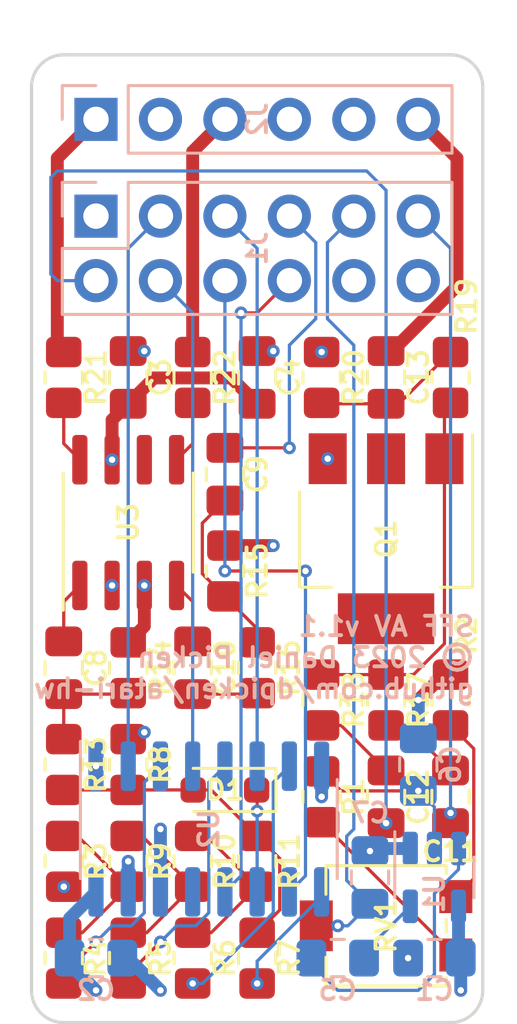
<source format=kicad_pcb>
(kicad_pcb (version 20221018) (generator pcbnew)
  (title_block (title "Atari SBC Audio/Video") (date "2023-09-01") (rev "1.1"))
  (layers (0 "F.Cu" signal) (1 "In1.Cu" power) (2 "In2.Cu" power) (31 "B.Cu" signal) (34 "B.Paste" user) (35 "F.Paste" user) (36 "B.SilkS" user "B.Silkscreen") (37 "F.SilkS" user "F.Silkscreen") (38 "B.Mask" user) (39 "F.Mask" user) (44 "Edge.Cuts" user))
  (net 0 "")
  (net 1 "+5V")
  (net 2 "GND")
  (net 3 "Net-(U1-C1+)")
  (net 4 "Net-(U1-C1-)")
  (net 5 "Net-(U1-OUT)")
  (net 6 "CADJ")
  (net 7 "Net-(C8-Pad1)")
  (net 8 "Net-(U3-YIN)")
  (net 9 "COLOR")
  (net 10 "Net-(C9-Pad2)")
  (net 11 "Net-(C10-Pad1)")
  (net 12 "Net-(U3-CIN)")
  (net 13 "POKEY_AUDIO")
  (net 14 "Net-(C11-Pad2)")
  (net 15 "GTIA_AUDIO")
  (net 16 "Net-(C12-Pad2)")
  (net 17 "Net-(Q1-C)")
  (net 18 "AUDIO_OUT")
  (net 19 "CSYNCB")
  (net 20 "Net-(D1-A)")
  (net 21 "LUM0")
  (net 22 "LUM1")
  (net 23 "LUM2")
  (net 24 "LUM3")
  (net 25 "CSYNC")
  (net 27 "SVIDEO_Y")
  (net 28 "SVIDEO_C")
  (net 29 "Net-(Q1-B)")
  (net 30 "Net-(R1-Pad2)")
  (net 31 "Net-(R2-Pad1)")
  (net 32 "Net-(R3-Pad1)")
  (net 33 "LUM0B")
  (net 34 "Net-(R10-Pad1)")
  (net 35 "LUM1B")
  (net 36 "Net-(R10-Pad2)")
  (net 37 "LUM2B")
  (net 38 "LUM3B")
  (net 39 "Net-(U3-YOUT)")
  (net 40 "Net-(U3-COUT)")
  (footprint "Capacitor_SMD:C_0805_2012Metric_Pad1.18x1.45mm_HandSolder" (layer "F.Cu") (at 138.43 77.47 90)
    (fp_text reference "C12" (at 0 1.27 90) (layer "F.SilkS") (effects (font (size 0.762 0.762) (thickness 0.1524))))
    (fp_text value "0.1uF")
    (pad "1" smd roundrect (at -1.0375 0 90) (size 1.175 1.45) (layers "F.Cu" "F.Paste" "F.Mask") (roundrect_rratio 0.2127659574) (net 15 "GTIA_AUDIO"))
    (pad "2" smd roundrect (at 1.0375 0 90) (size 1.175 1.45) (layers "F.Cu" "F.Paste" "F.Mask") (roundrect_rratio 0.2127659574) (net 16 "Net-(C12-Pad2)"))
  )
  (footprint "Resistor_SMD:R_0805_2012Metric_Pad1.20x1.40mm_HandSolder" (layer "F.Cu") (at 128.27 76.2 90)
    (fp_text reference "R8" (at 0 1.27 90) (layer "F.SilkS") (effects (font (size 0.762 0.762) (thickness 0.1524))))
    (fp_text value "150R")
    (pad "1" smd roundrect (at -1 0 90) (size 1.2 1.4) (layers "F.Cu" "F.Paste" "F.Mask") (roundrect_rratio 0.2083333333) (net 20 "Net-(D1-A)"))
    (pad "2" smd roundrect (at 1 0 90) (size 1.2 1.4) (layers "F.Cu" "F.Paste" "F.Mask") (roundrect_rratio 0.2083333333) (net 1 "+5V"))
  )
  (footprint "Capacitor_SMD:C_0805_2012Metric_Pad1.18x1.45mm_HandSolder" (layer "F.Cu") (at 138.43 60.96 90)
    (fp_text reference "C13" (at 0 1.27 90) (layer "F.SilkS") (effects (font (size 0.762 0.762) (thickness 0.1524))))
    (fp_text value "10uF")
    (pad "1" smd roundrect (at -1.0375 0 90) (size 1.175 1.45) (layers "F.Cu" "F.Paste" "F.Mask") (roundrect_rratio 0.2127659574) (net 17 "Net-(Q1-C)"))
    (pad "2" smd roundrect (at 1.0375 0 90) (size 1.175 1.45) (layers "F.Cu" "F.Paste" "F.Mask") (roundrect_rratio 0.2127659574) (net 18 "AUDIO_OUT"))
  )
  (footprint "Resistor_SMD:R_0805_2012Metric_Pad1.20x1.40mm_HandSolder" (layer "F.Cu") (at 140.97 60.96 90)
    (fp_text reference "R19" (at 2.794 0.635 90) (layer "F.SilkS") (effects (font (size 0.762 0.762) (thickness 0.1524))))
    (fp_text value "10K")
    (pad "1" smd roundrect (at -1 0 90) (size 1.2 1.4) (layers "F.Cu" "F.Paste" "F.Mask") (roundrect_rratio 0.2083333333) (net 29 "Net-(Q1-B)"))
    (pad "2" smd roundrect (at 1 0 90) (size 1.2 1.4) (layers "F.Cu" "F.Paste" "F.Mask") (roundrect_rratio 0.2083333333) (net 17 "Net-(Q1-C)"))
  )
  (footprint "Resistor_SMD:R_0805_2012Metric_Pad1.20x1.40mm_HandSolder" (layer "F.Cu") (at 130.81 60.96 90)
    (fp_text reference "R22" (at 0 1.27 90) (layer "F.SilkS") (effects (font (size 0.762 0.762) (thickness 0.1524))))
    (fp_text value "75R")
    (pad "1" smd roundrect (at -1 0 90) (size 1.2 1.4) (layers "F.Cu" "F.Paste" "F.Mask") (roundrect_rratio 0.2083333333) (net 40 "Net-(U3-COUT)"))
    (pad "2" smd roundrect (at 1 0 90) (size 1.2 1.4) (layers "F.Cu" "F.Paste" "F.Mask") (roundrect_rratio 0.2083333333) (net 28 "SVIDEO_C"))
  )
  (footprint "Resistor_SMD:R_0805_2012Metric_Pad1.20x1.40mm_HandSolder" (layer "F.Cu") (at 133.35 80.01 90)
    (fp_text reference "R11" (at 0 1.27 90) (layer "F.SilkS") (effects (font (size 0.762 0.762) (thickness 0.1524))))
    (fp_text value "75R")
    (pad "1" smd roundrect (at -1 0 90) (size 1.2 1.4) (layers "F.Cu" "F.Paste" "F.Mask") (roundrect_rratio 0.2083333333) (net 36 "Net-(R10-Pad2)"))
    (pad "2" smd roundrect (at 1 0 90) (size 1.2 1.4) (layers "F.Cu" "F.Paste" "F.Mask") (roundrect_rratio 0.2083333333) (net 20 "Net-(D1-A)"))
  )
  (footprint "Resistor_SMD:R_0805_2012Metric_Pad1.20x1.40mm_HandSolder" (layer "F.Cu") (at 135.89 73.66 90)
    (fp_text reference "R18" (at 0 1.27 90) (layer "F.SilkS") (effects (font (size 0.762 0.762) (thickness 0.1524))))
    (fp_text value "470K")
    (pad "1" smd roundrect (at -1 0 90) (size 1.2 1.4) (layers "F.Cu" "F.Paste" "F.Mask") (roundrect_rratio 0.2083333333) (net 16 "Net-(C12-Pad2)"))
    (pad "2" smd roundrect (at 1 0 90) (size 1.2 1.4) (layers "F.Cu" "F.Paste" "F.Mask") (roundrect_rratio 0.2083333333) (net 29 "Net-(Q1-B)"))
  )
  (footprint "Package_SO:SOIC-8_3.9x4.9mm_P1.27mm" (layer "F.Cu") (at 128.27 66.675 90)
    (fp_text reference "U3" (at 0 0 90) (layer "F.SilkS") (effects (font (size 0.762 0.762) (thickness 0.1524))))
    (fp_text value "FMS6400")
    (pad "1" smd roundrect (at -2.475 -1.905 90) (size 1.95 0.6) (layers "F.Cu" "F.Paste" "F.Mask") (net 8 "Net-(U3-YIN)"))
    (pad "2" smd roundrect (at -2.475 -0.635 90) (size 1.95 0.6) (layers "F.Cu" "F.Paste" "F.Mask") (net 2 "GND"))
    (pad "3" smd roundrect (at -2.475 0.635 90) (size 1.95 0.6) (layers "F.Cu" "F.Paste" "F.Mask") (net 2 "GND"))
    (pad "4" smd roundrect (at -2.475 1.905 90) (size 1.95 0.6) (layers "F.Cu" "F.Paste" "F.Mask") (net 12 "Net-(U3-CIN)"))
    (pad "5" smd roundrect (at 2.475 1.905 90) (size 1.95 0.6) (layers "F.Cu" "F.Paste" "F.Mask") (net 40 "Net-(U3-COUT)"))
    (pad "6" smd roundrect (at 2.475 0.635 90) (size 1.95 0.6) (layers "F.Cu" "F.Paste" "F.Mask"))
    (pad "7" smd roundrect (at 2.475 -0.635 90) (size 1.95 0.6) (layers "F.Cu" "F.Paste" "F.Mask") (net 1 "+5V"))
    (pad "8" smd roundrect (at 2.475 -1.905 90) (size 1.95 0.6) (layers "F.Cu" "F.Paste" "F.Mask") (net 39 "Net-(U3-YOUT)"))
  )
  (footprint "Resistor_SMD:R_0805_2012Metric_Pad1.20x1.40mm_HandSolder" (layer "F.Cu") (at 128.27 83.82 -90)
    (fp_text reference "R5" (at 0 -1.27 -90) (layer "F.SilkS") (effects (font (size 0.762 0.762) (thickness 0.1524))))
    (fp_text value "150R")
    (pad "1" smd roundrect (at -1 0 270) (size 1.2 1.4) (layers "F.Cu" "F.Paste" "F.Mask") (roundrect_rratio 0.2083333333) (net 34 "Net-(R10-Pad1)"))
    (pad "2" smd roundrect (at 1 0 270) (size 1.2 1.4) (layers "F.Cu" "F.Paste" "F.Mask") (roundrect_rratio 0.2083333333) (net 35 "LUM1B"))
  )
  (footprint "Resistor_SMD:R_0805_2012Metric_Pad1.20x1.40mm_HandSolder" (layer "F.Cu") (at 125.73 60.96 90)
    (fp_text reference "R21" (at 0 1.27 90) (layer "F.SilkS") (effects (font (size 0.762 0.762) (thickness 0.1524))))
    (fp_text value "75R")
    (pad "1" smd roundrect (at -1 0 90) (size 1.2 1.4) (layers "F.Cu" "F.Paste" "F.Mask") (roundrect_rratio 0.2083333333) (net 39 "Net-(U3-YOUT)"))
    (pad "2" smd roundrect (at 1 0 90) (size 1.2 1.4) (layers "F.Cu" "F.Paste" "F.Mask") (roundrect_rratio 0.2083333333) (net 27 "SVIDEO_Y"))
  )
  (footprint "Capacitor_SMD:C_0805_2012Metric_Pad1.18x1.45mm_HandSolder" (layer "F.Cu") (at 133.35 60.96 90)
    (fp_text reference "C4" (at 0 1.27 90) (layer "F.SilkS") (effects (font (size 0.762 0.762) (thickness 0.1524))))
    (fp_text value "10uF")
    (pad "1" smd roundrect (at -1.0375 0 90) (size 1.175 1.45) (layers "F.Cu" "F.Paste" "F.Mask") (roundrect_rratio 0.2127659574) (net 1 "+5V"))
    (pad "2" smd roundrect (at 1.0375 0 90) (size 1.175 1.45) (layers "F.Cu" "F.Paste" "F.Mask") (roundrect_rratio 0.2127659574) (net 2 "GND"))
  )
  (footprint "Capacitor_SMD:C_0805_2012Metric_Pad1.18x1.45mm_HandSolder" (layer "F.Cu") (at 130.81 72.39 90)
    (fp_text reference "C10" (at 0 1.27 90) (layer "F.SilkS") (effects (font (size 0.762 0.762) (thickness 0.1524))))
    (fp_text value "0.1uF")
    (pad "1" smd roundrect (at -1.0375 0 90) (size 1.175 1.45) (layers "F.Cu" "F.Paste" "F.Mask") (roundrect_rratio 0.2127659574) (net 11 "Net-(C10-Pad1)"))
    (pad "2" smd roundrect (at 1.0375 0 90) (size 1.175 1.45) (layers "F.Cu" "F.Paste" "F.Mask") (roundrect_rratio 0.2127659574) (net 12 "Net-(U3-CIN)"))
  )
  (footprint "Resistor_SMD:R_0805_2012Metric_Pad1.20x1.40mm_HandSolder" (layer "F.Cu") (at 133.35 83.82 -90)
    (fp_text reference "R7" (at 0 -1.27 -90) (layer "F.SilkS") (effects (font (size 0.762 0.762) (thickness 0.1524))))
    (fp_text value "150R")
    (pad "1" smd roundrect (at -1 0 270) (size 1.2 1.4) (layers "F.Cu" "F.Paste" "F.Mask") (roundrect_rratio 0.2083333333) (net 20 "Net-(D1-A)"))
    (pad "2" smd roundrect (at 1 0 270) (size 1.2 1.4) (layers "F.Cu" "F.Paste" "F.Mask") (roundrect_rratio 0.2083333333) (net 38 "LUM3B"))
  )
  (footprint "Package_TO_SOT_SMD:SOT-223-3_TabPin2" (layer "F.Cu") (at 138.43 67.31 -90)
    (fp_text reference "Q1" (at 0 0 90) (layer "F.SilkS") (effects (font (size 0.762 0.762) (thickness 0.1524))))
    (fp_text value "PZT2222A")
    (pad "1" smd rect (at -3.15 -2.3 270) (size 2 1.5) (layers "F.Cu" "F.Paste" "F.Mask") (net 29 "Net-(Q1-B)"))
    (pad "2" smd rect (at -3.15 0 270) (size 2 1.5) (layers "F.Cu" "F.Paste" "F.Mask") (net 17 "Net-(Q1-C)"))
    (pad "2" smd rect (at 3.15 0 270) (size 2 3.8) (layers "F.Cu" "F.Paste" "F.Mask") (net 17 "Net-(Q1-C)"))
    (pad "3" smd rect (at -3.15 2.3 270) (size 2 1.5) (layers "F.Cu" "F.Paste" "F.Mask") (net 2 "GND"))
  )
  (footprint "Resistor_SMD:R_0805_2012Metric_Pad1.20x1.40mm_HandSolder" (layer "F.Cu") (at 135.89 60.96 -90)
    (fp_text reference "R20" (at 0 -1.27 -270) (layer "F.SilkS") (effects (font (size 0.762 0.762) (thickness 0.1524))))
    (fp_text value "75R")
    (pad "1" smd roundrect (at -1 0 270) (size 1.2 1.4) (layers "F.Cu" "F.Paste" "F.Mask") (roundrect_rratio 0.2083333333) (net 1 "+5V"))
    (pad "2" smd roundrect (at 1 0 270) (size 1.2 1.4) (layers "F.Cu" "F.Paste" "F.Mask") (roundrect_rratio 0.2083333333) (net 17 "Net-(Q1-C)"))
  )
  (footprint "Capacitor_SMD:C_0805_2012Metric_Pad1.18x1.45mm_HandSolder" (layer "F.Cu") (at 128.27 60.96 90)
    (fp_text reference "C3" (at 0 1.27 90) (layer "F.SilkS") (effects (font (size 0.762 0.762) (thickness 0.1524))))
    (fp_text value "0.1uF")
    (pad "1" smd roundrect (at -1.0375 0 90) (size 1.175 1.45) (layers "F.Cu" "F.Paste" "F.Mask") (roundrect_rratio 0.2127659574) (net 1 "+5V"))
    (pad "2" smd roundrect (at 1.0375 0 90) (size 1.175 1.45) (layers "F.Cu" "F.Paste" "F.Mask") (roundrect_rratio 0.2127659574) (net 2 "GND"))
  )
  (footprint "Resistor_SMD:R_0805_2012Metric_Pad1.20x1.40mm_HandSolder" (layer "F.Cu") (at 133.35 72.39 -90)
    (fp_text reference "R16" (at 0 -1.27 90) (layer "F.SilkS") (effects (font (size 0.762 0.762) (thickness 0.1524))))
    (fp_text value "75R")
    (pad "1" smd roundrect (at -1 0 270) (size 1.2 1.4) (layers "F.Cu" "F.Paste" "F.Mask") (roundrect_rratio 0.2083333333) (net 10 "Net-(C9-Pad2)"))
    (pad "2" smd roundrect (at 1 0 270) (size 1.2 1.4) (layers "F.Cu" "F.Paste" "F.Mask") (roundrect_rratio 0.2083333333) (net 11 "Net-(C10-Pad1)"))
  )
  (footprint "Resistor_SMD:R_0805_2012Metric_Pad1.20x1.40mm_HandSolder" (layer "F.Cu") (at 125.73 80.01 -90)
    (fp_text reference "R3" (at 0 -1.27 90) (layer "F.SilkS") (effects (font (size 0.762 0.762) (thickness 0.1524))))
    (fp_text value "150R")
    (pad "1" smd roundrect (at -1 0 270) (size 1.2 1.4) (layers "F.Cu" "F.Paste" "F.Mask") (roundrect_rratio 0.2083333333) (net 32 "Net-(R3-Pad1)"))
    (pad "2" smd roundrect (at 1 0 270) (size 1.2 1.4) (layers "F.Cu" "F.Paste" "F.Mask") (roundrect_rratio 0.2083333333) (net 2 "GND"))
  )
  (footprint "Resistor_SMD:R_0805_2012Metric_Pad1.20x1.40mm_HandSolder" (layer "F.Cu") (at 130.81 80.01 90)
    (fp_text reference "R10" (at 0 1.27 90) (layer "F.SilkS") (effects (font (size 0.762 0.762) (thickness 0.1524))))
    (fp_text value "75R")
    (pad "1" smd roundrect (at -1 0 90) (size 1.2 1.4) (layers "F.Cu" "F.Paste" "F.Mask") (roundrect_rratio 0.2083333333) (net 34 "Net-(R10-Pad1)"))
    (pad "2" smd roundrect (at 1 0 90) (size 1.2 1.4) (layers "F.Cu" "F.Paste" "F.Mask") (roundrect_rratio 0.2083333333) (net 36 "Net-(R10-Pad2)"))
  )
  (footprint "Resistor_SMD:R_0805_2012Metric_Pad1.20x1.40mm_HandSolder" (layer "F.Cu") (at 138.43 73.66 90)
    (fp_text reference "R17" (at 0 1.27 90) (layer "F.SilkS") (effects (font (size 0.762 0.762) (thickness 0.1524))))
    (fp_text value "100K")
    (pad "1" smd roundrect (at -1 0 90) (size 1.2 1.4) (layers "F.Cu" "F.Paste" "F.Mask") (roundrect_rratio 0.2083333333) (net 14 "Net-(C11-Pad2)"))
    (pad "2" smd roundrect (at 1 0 90) (size 1.2 1.4) (layers "F.Cu" "F.Paste" "F.Mask") (roundrect_rratio 0.2083333333) (net 29 "Net-(Q1-B)"))
  )
  (footprint "Capacitor_SMD:C_0805_2012Metric_Pad1.18x1.45mm_HandSolder" (layer "F.Cu") (at 140.97 77.47 90)
    (fp_text reference "C11" (at -2.159 0) (layer "F.SilkS") (effects (font (size 0.762 0.762) (thickness 0.1524))))
    (fp_text value "0.1uF")
    (pad "1" smd roundrect (at -1.0375 0 90) (size 1.175 1.45) (layers "F.Cu" "F.Paste" "F.Mask") (roundrect_rratio 0.2127659574) (net 13 "POKEY_AUDIO"))
    (pad "2" smd roundrect (at 1.0375 0 90) (size 1.175 1.45) (layers "F.Cu" "F.Paste" "F.Mask") (roundrect_rratio 0.2127659574) (net 14 "Net-(C11-Pad2)"))
  )
  (footprint "Resistor_SMD:R_0805_2012Metric_Pad1.20x1.40mm_HandSolder" (layer "F.Cu") (at 130.81 83.82 -90)
    (fp_text reference "R6" (at 0 -1.27 -90) (layer "F.SilkS") (effects (font (size 0.762 0.762) (thickness 0.1524))))
    (fp_text value "150R")
    (pad "1" smd roundrect (at -1 0 270) (size 1.2 1.4) (layers "F.Cu" "F.Paste" "F.Mask") (roundrect_rratio 0.2083333333) (net 36 "Net-(R10-Pad2)"))
    (pad "2" smd roundrect (at 1 0 270) (size 1.2 1.4) (layers "F.Cu" "F.Paste" "F.Mask") (roundrect_rratio 0.2083333333) (net 37 "LUM2B"))
  )
  (footprint "Potentiometer_SMD:Potentiometer_Bourns_3314G_Vertical" (layer "F.Cu") (at 138.43 82.55 -90)
    (fp_text reference "RV1" (at 0 0 -90) (layer "F.SilkS") (effects (font (size 0.762 0.762) (thickness 0.1524))))
    (fp_text value "10K")
    (pad "1" smd rect (at 1.15 -2.75 270) (size 1.3 1.3) (layers "F.Cu" "F.Paste" "F.Mask") (net 30 "Net-(R1-Pad2)"))
    (pad "2" smd rect (at 0 2.75 270) (size 2 1.3) (layers "F.Cu" "F.Paste" "F.Mask") (net 6 "CADJ"))
    (pad "3" smd rect (at -1.15 -2.75 270) (size 1.3 1.3) (layers "F.Cu" "F.Paste" "F.Mask") (net 31 "Net-(R2-Pad1)"))
  )
  (footprint "Capacitor_SMD:C_0805_2012Metric_Pad1.18x1.45mm_HandSolder" (layer "F.Cu") (at 132.08 64.77 -90)
    (fp_text reference "C9" (at 0 -1.27 90) (layer "F.SilkS") (effects (font (size 0.762 0.762) (thickness 0.1524))))
    (fp_text value "100pF")
    (pad "1" smd roundrect (at -1.0375 0 270) (size 1.175 1.45) (layers "F.Cu" "F.Paste" "F.Mask") (roundrect_rratio 0.2127659574) (net 9 "COLOR"))
    (pad "2" smd roundrect (at 1.0375 0 270) (size 1.175 1.45) (layers "F.Cu" "F.Paste" "F.Mask") (roundrect_rratio 0.2127659574) (net 10 "Net-(C9-Pad2)"))
  )
  (footprint "Resistor_SMD:R_0805_2012Metric_Pad1.20x1.40mm_HandSolder" (layer "F.Cu") (at 125.73 83.82 -90)
    (fp_text reference "R4" (at 0 -1.27 -90) (layer "F.SilkS") (effects (font (size 0.762 0.762) (thickness 0.1524))))
    (fp_text value "150R")
    (pad "1" smd roundrect (at -1 0 270) (size 1.2 1.4) (layers "F.Cu" "F.Paste" "F.Mask") (roundrect_rratio 0.2083333333) (net 32 "Net-(R3-Pad1)"))
    (pad "2" smd roundrect (at 1 0 270) (size 1.2 1.4) (layers "F.Cu" "F.Paste" "F.Mask") (roundrect_rratio 0.2083333333) (net 33 "LUM0B"))
  )
  (footprint "Resistor_SMD:R_0805_2012Metric_Pad1.20x1.40mm_HandSolder" (layer "F.Cu") (at 140.97 73.66 90)
    (fp_text reference "R2" (at 2.54 0.635 90) (layer "F.SilkS") (effects (font (size 0.762 0.762) (thickness 0.1524))))
    (fp_text value "3K")
    (pad "1" smd roundrect (at -1 0 90) (size 1.2 1.4) (layers "F.Cu" "F.Paste" "F.Mask") (roundrect_rratio 0.2083333333) (net 31 "Net-(R2-Pad1)"))
    (pad "2" smd roundrect (at 1 0 90) (size 1.2 1.4) (layers "F.Cu" "F.Paste" "F.Mask") (roundrect_rratio 0.2083333333) (net 2 "GND"))
  )
  (footprint "Resistor_SMD:R_0805_2012Metric_Pad1.20x1.40mm_HandSolder" (layer "F.Cu") (at 128.27 72.39 90)
    (fp_text reference "R14" (at 0 1.27 90) (layer "F.SilkS") (effects (font (size 0.762 0.762) (thickness 0.1524))))
    (fp_text value "180R")
    (pad "1" smd roundrect (at -1 0 90) (size 1.2 1.4) (layers "F.Cu" "F.Paste" "F.Mask") (roundrect_rratio 0.2083333333) (net 7 "Net-(C8-Pad1)"))
    (pad "2" smd roundrect (at 1 0 90) (size 1.2 1.4) (layers "F.Cu" "F.Paste" "F.Mask") (roundrect_rratio 0.2083333333) (net 2 "GND"))
  )
  (footprint "Resistor_SMD:R_0805_2012Metric_Pad1.20x1.40mm_HandSolder" (layer "F.Cu") (at 125.73 76.2 90)
    (fp_text reference "R13" (at 0 1.27 90) (layer "F.SilkS") (effects (font (size 0.762 0.762) (thickness 0.1524))))
    (fp_text value "1K")
    (pad "1" smd roundrect (at -1 0 90) (size 1.2 1.4) (layers "F.Cu" "F.Paste" "F.Mask") (roundrect_rratio 0.2083333333) (net 20 "Net-(D1-A)"))
    (pad "2" smd roundrect (at 1 0 90) (size 1.2 1.4) (layers "F.Cu" "F.Paste" "F.Mask") (roundrect_rratio 0.2083333333) (net 7 "Net-(C8-Pad1)"))
  )
  (footprint "Diode_SMD:D_SOD-323_HandSoldering" (layer "F.Cu") (at 132.08 77.2 180)
    (fp_text reference "D1" (at 0 0) (layer "F.SilkS") (effects (font (size 0.762 0.762) (thickness 0.1524))))
    (fp_text value "BAT48JFILM")
    (pad "1" smd roundrect (at -1.25 0 180) (size 1 1) (layers "F.Cu" "F.Paste" "F.Mask") (net 19 "CSYNCB"))
    (pad "2" smd roundrect (at 1.25 0 180) (size 1 1) (layers "F.Cu" "F.Paste" "F.Mask") (net 20 "Net-(D1-A)"))
  )
  (footprint "Resistor_SMD:R_0805_2012Metric_Pad1.20x1.40mm_HandSolder" (layer "F.Cu") (at 132.08 68.58 -90)
    (fp_text reference "R15" (at 0 -1.27 90) (layer "F.SilkS") (effects (font (size 0.762 0.762) (thickness 0.1524))))
    (fp_text value "150R")
    (pad "1" smd roundrect (at -1 0 270) (size 1.2 1.4) (layers "F.Cu" "F.Paste" "F.Mask") (roundrect_rratio 0.2083333333) (net 2 "GND"))
    (pad "2" smd roundrect (at 1 0 270) (size 1.2 1.4) (layers "F.Cu" "F.Paste" "F.Mask") (roundrect_rratio 0.2083333333) (net 10 "Net-(C9-Pad2)"))
  )
  (footprint "Resistor_SMD:R_0805_2012Metric_Pad1.20x1.40mm_HandSolder" (layer "F.Cu") (at 128.27 80.01 90)
    (fp_text reference "R9" (at 0 1.27 90) (layer "F.SilkS") (effects (font (size 0.762 0.762) (thickness 0.1524))))
    (fp_text value "75R")
    (pad "1" smd roundrect (at -1 0 90) (size 1.2 1.4) (layers "F.Cu" "F.Paste" "F.Mask") (roundrect_rratio 0.2083333333) (net 32 "Net-(R3-Pad1)"))
    (pad "2" smd roundrect (at 1 0 90) (size 1.2 1.4) (layers "F.Cu" "F.Paste" "F.Mask") (roundrect_rratio 0.2083333333) (net 34 "Net-(R10-Pad1)"))
  )
  (footprint "Capacitor_SMD:C_0805_2012Metric_Pad1.18x1.45mm_HandSolder" (layer "F.Cu") (at 125.73 72.39 90)
    (fp_text reference "C8" (at 0 1.27 90) (layer "F.SilkS") (effects (font (size 0.762 0.762) (thickness 0.1524))))
    (fp_text value "0.1uF")
    (pad "1" smd roundrect (at -1.0375 0 90) (size 1.175 1.45) (layers "F.Cu" "F.Paste" "F.Mask") (roundrect_rratio 0.2127659574) (net 7 "Net-(C8-Pad1)"))
    (pad "2" smd roundrect (at 1.0375 0 90) (size 1.175 1.45) (layers "F.Cu" "F.Paste" "F.Mask") (roundrect_rratio 0.2127659574) (net 8 "Net-(U3-YIN)"))
  )
  (footprint "Resistor_SMD:R_0805_2012Metric_Pad1.20x1.40mm_HandSolder" (layer "F.Cu") (at 135.89 77.47 -90)
    (fp_text reference "R1" (at 0 -1.27 90) (layer "F.SilkS") (effects (font (size 0.762 0.762) (thickness 0.1524))))
    (fp_text value "3K")
    (pad "1" smd roundrect (at -1 0 270) (size 1.2 1.4) (layers "F.Cu" "F.Paste" "F.Mask") (roundrect_rratio 0.2083333333) (net 5 "Net-(U1-OUT)"))
    (pad "2" smd roundrect (at 1 0 270) (size 1.2 1.4) (layers "F.Cu" "F.Paste" "F.Mask") (roundrect_rratio 0.2083333333) (net 30 "Net-(R1-Pad2)"))
  )
  (footprint "Package_TO_SOT_SMD:SOT-23-5" (layer "B.Cu") (at 140.335 80.645 -90)
    (fp_text reference "U1" (at 0.635 0 90) (layer "B.SilkS") (effects (font (size 0.762 0.762) (thickness 0.1524)) (justify mirror)))
    (fp_text value "MAX1683")
    (pad "1" smd roundrect (at -1.1375 0.95 270) (size 1.325 0.6) (layers "B.Cu" "B.Paste" "B.Mask") (net 2 "GND"))
    (pad "2" smd roundrect (at -1.1375 0 270) (size 1.325 0.6) (layers "B.Cu" "B.Paste" "B.Mask") (net 5 "Net-(U1-OUT)"))
    (pad "3" smd roundrect (at -1.1375 -0.95 270) (size 1.325 0.6) (layers "B.Cu" "B.Paste" "B.Mask") (net 4 "Net-(U1-C1-)"))
    (pad "4" smd roundrect (at 1.1375 -0.95 270) (size 1.325 0.6) (layers "B.Cu" "B.Paste" "B.Mask") (net 1 "+5V"))
    (pad "5" smd roundrect (at 1.1375 0.95 270) (size 1.325 0.6) (layers "B.Cu" "B.Paste" "B.Mask") (net 3 "Net-(U1-C1+)"))
  )
  (footprint "Capacitor_SMD:C_0805_2012Metric_Pad1.18x1.45mm_HandSolder" (layer "B.Cu") (at 137.795 80.645 90)
    (fp_text reference "C7" (at 2.54 0 180) (layer "B.SilkS") (effects (font (size 0.762 0.762) (thickness 0.1524)) (justify mirror)))
    (fp_text value "0.1uF")
    (pad "1" smd roundrect (at -1.0375 0 90) (size 1.175 1.45) (layers "B.Cu" "B.Paste" "B.Mask") (roundrect_rratio 0.2127659574) (net 6 "CADJ"))
    (pad "2" smd roundrect (at 1.0375 0 90) (size 1.175 1.45) (layers "B.Cu" "B.Paste" "B.Mask") (roundrect_rratio 0.2127659574) (net 2 "GND"))
  )
  (footprint "Connector_PinHeader_2.54mm:PinHeader_1x06_P2.54mm_Vertical" (layer "B.Cu") (at 127 50.8 -90)
    (fp_text reference "J2" (at 0 -6.35 90) (layer "B.SilkS") (effects (font (size 0.762 0.762) (thickness 0.1524)) (justify mirror)))
    (fp_text value "AVA-Header")
    (pad "1" thru_hole rect (at 0 0 270) (size 1.7 1.7) (drill 1) (layers "*.Cu" "*.Mask") (net 27 "SVIDEO_Y"))
    (pad "2" thru_hole oval (at 0 -2.54 270) (size 1.7 1.7) (drill 1) (layers "*.Cu" "*.Mask") (net 2 "GND"))
    (pad "3" thru_hole oval (at 0 -5.08 270) (size 1.7 1.7) (drill 1) (layers "*.Cu" "*.Mask") (net 28 "SVIDEO_C"))
    (pad "4" thru_hole oval (at 0 -7.62 270) (size 1.7 1.7) (drill 1) (layers "*.Cu" "*.Mask") (net 2 "GND"))
    (pad "5" thru_hole oval (at 0 -10.16 270) (size 1.7 1.7) (drill 1) (layers "*.Cu" "*.Mask") (net 2 "GND"))
    (pad "6" thru_hole oval (at 0 -12.7 270) (size 1.7 1.7) (drill 1) (layers "*.Cu" "*.Mask") (net 18 "AUDIO_OUT"))
  )
  (footprint "Capacitor_SMD:C_0805_2012Metric_Pad1.18x1.45mm_HandSolder" (layer "B.Cu") (at 140.335 83.82 180)
    (fp_text reference "C1" (at 0 -1.27) (layer "B.SilkS") (effects (font (size 0.762 0.762) (thickness 0.1524)) (justify mirror)))
    (fp_text value "0.1uF")
    (pad "1" smd roundrect (at -1.0375 0 180) (size 1.175 1.45) (layers "B.Cu" "B.Paste" "B.Mask") (roundrect_rratio 0.2127659574) (net 1 "+5V"))
    (pad "2" smd roundrect (at 1.0375 0 180) (size 1.175 1.45) (layers "B.Cu" "B.Paste" "B.Mask") (roundrect_rratio 0.2127659574) (net 2 "GND"))
  )
  (footprint "Capacitor_SMD:C_0805_2012Metric_Pad1.18x1.45mm_HandSolder" (layer "B.Cu") (at 127 83.82)
    (fp_text reference "C2" (at 0 1.27) (layer "B.SilkS") (effects (font (size 0.762 0.762) (thickness 0.1524)) (justify mirror)))
    (fp_text value "0.1uF")
    (pad "1" smd roundrect (at -1.0375 0) (size 1.175 1.45) (layers "B.Cu" "B.Paste" "B.Mask") (roundrect_rratio 0.2127659574) (net 1 "+5V"))
    (pad "2" smd roundrect (at 1.0375 0) (size 1.175 1.45) (layers "B.Cu" "B.Paste" "B.Mask") (roundrect_rratio 0.2127659574) (net 2 "GND"))
  )
  (footprint "Capacitor_SMD:C_0805_2012Metric_Pad1.18x1.45mm_HandSolder" (layer "B.Cu") (at 139.7 76.2 90)
    (fp_text reference "C6" (at 0 1.27 90) (layer "B.SilkS") (effects (font (size 0.762 0.762) (thickness 0.1524)) (justify mirror)))
    (fp_text value "3.3uF")
    (pad "1" smd roundrect (at -1.0375 0 90) (size 1.175 1.45) (layers "B.Cu" "B.Paste" "B.Mask") (roundrect_rratio 0.2127659574) (net 5 "Net-(U1-OUT)"))
    (pad "2" smd roundrect (at 1.0375 0 90) (size 1.175 1.45) (layers "B.Cu" "B.Paste" "B.Mask") (roundrect_rratio 0.2127659574) (net 2 "GND"))
  )
  (footprint "Connector_PinHeader_2.54mm:PinHeader_2x06_P2.54mm_Vertical" (layer "B.Cu") (at 127 54.61 -90)
    (fp_text reference "J1" (at 1.27 -6.35 90) (layer "B.SilkS") (effects (font (size 0.762 0.762) (thickness 0.1524)) (justify mirror)))
    (fp_text value "AVD-Header")
    (pad "1" thru_hole rect (at 0 0 270) (size 1.7 1.7) (drill 1) (layers "*.Cu" "*.Mask") (net 1 "+5V"))
    (pad "2" thru_hole oval (at 2.54 0 270) (size 1.7 1.7) (drill 1) (layers "*.Cu" "*.Mask") (net 15 "GTIA_AUDIO"))
    (pad "3" thru_hole oval (at 0 -2.54 270) (size 1.7 1.7) (drill 1) (layers "*.Cu" "*.Mask") (net 21 "LUM0"))
    (pad "4" thru_hole oval (at 2.54 -2.54 270) (size 1.7 1.7) (drill 1) (layers "*.Cu" "*.Mask") (net 22 "LUM1"))
    (pad "5" thru_hole oval (at 0 -5.08 270) (size 1.7 1.7) (drill 1) (layers "*.Cu" "*.Mask") (net 23 "LUM2"))
    (pad "6" thru_hole oval (at 2.54 -5.08 270) (size 1.7 1.7) (drill 1) (layers "*.Cu" "*.Mask") (net 24 "LUM3"))
    (pad "7" thru_hole oval (at 0 -7.62 270) (size 1.7 1.7) (drill 1) (layers "*.Cu" "*.Mask") (net 9 "COLOR"))
    (pad "8" thru_hole oval (at 2.54 -7.62 270) (size 1.7 1.7) (drill 1) (layers "*.Cu" "*.Mask") (net 25 "CSYNC"))
    (pad "9" thru_hole oval (at 0 -10.16 270) (size 1.7 1.7) (drill 1) (layers "*.Cu" "*.Mask") (net 6 "CADJ"))
    (pad "10" thru_hole oval (at 2.54 -10.16 270) (size 1.7 1.7) (drill 1) (layers "*.Cu" "*.Mask"))
    (pad "11" thru_hole oval (at 0 -12.7 270) (size 1.7 1.7) (drill 1) (layers "*.Cu" "*.Mask") (net 13 "POKEY_AUDIO"))
    (pad "12" thru_hole oval (at 2.54 -12.7 270) (size 1.7 1.7) (drill 1) (layers "*.Cu" "*.Mask") (net 2 "GND"))
  )
  (footprint "Package_SO:SOIC-16_3.9x9.9mm_P1.27mm" (layer "B.Cu") (at 131.445 78.74 -90)
    (fp_text reference "U2" (at 0 0 90) (layer "B.SilkS") (effects (font (size 0.762 0.762) (thickness 0.1524)) (justify mirror)))
    (fp_text value "CD74HCT367E")
    (pad "1" smd roundrect (at -2.475 4.445 270) (size 1.95 0.6) (layers "B.Cu" "B.Paste" "B.Mask") (net 2 "GND"))
    (pad "2" smd roundrect (at -2.475 3.175 270) (size 1.95 0.6) (layers "B.Cu" "B.Paste" "B.Mask") (net 21 "LUM0"))
    (pad "3" smd roundrect (at -2.475 1.905 270) (size 1.95 0.6) (layers "B.Cu" "B.Paste" "B.Mask") (net 33 "LUM0B"))
    (pad "4" smd roundrect (at -2.475 0.635 270) (size 1.95 0.6) (layers "B.Cu" "B.Paste" "B.Mask") (net 22 "LUM1"))
    (pad "5" smd roundrect (at -2.475 -0.635 270) (size 1.95 0.6) (layers "B.Cu" "B.Paste" "B.Mask") (net 35 "LUM1B"))
    (pad "6" smd roundrect (at -2.475 -1.905 270) (size 1.95 0.6) (layers "B.Cu" "B.Paste" "B.Mask") (net 23 "LUM2"))
    (pad "7" smd roundrect (at -2.475 -3.175 270) (size 1.95 0.6) (layers "B.Cu" "B.Paste" "B.Mask") (net 37 "LUM2B"))
    (pad "8" smd roundrect (at -2.475 -4.445 270) (size 1.95 0.6) (layers "B.Cu" "B.Paste" "B.Mask") (net 2 "GND"))
    (pad "9" smd roundrect (at 2.475 -4.445 270) (size 1.95 0.6) (layers "B.Cu" "B.Paste" "B.Mask") (net 38 "LUM3B"))
    (pad "10" smd roundrect (at 2.475 -3.175 270) (size 1.95 0.6) (layers "B.Cu" "B.Paste" "B.Mask") (net 24 "LUM3"))
    (pad "11" smd roundrect (at 2.475 -1.905 270) (size 1.95 0.6) (layers "B.Cu" "B.Paste" "B.Mask") (net 19 "CSYNCB"))
    (pad "12" smd roundrect (at 2.475 -0.635 270) (size 1.95 0.6) (layers "B.Cu" "B.Paste" "B.Mask") (net 25 "CSYNC"))
    (pad "13" smd roundrect (at 2.475 0.635 270) (size 1.95 0.6) (layers "B.Cu" "B.Paste" "B.Mask"))
    (pad "14" smd roundrect (at 2.475 1.905 270) (size 1.95 0.6) (layers "B.Cu" "B.Paste" "B.Mask") (net 2 "GND"))
    (pad "15" smd roundrect (at 2.475 3.175 270) (size 1.95 0.6) (layers "B.Cu" "B.Paste" "B.Mask") (net 2 "GND"))
    (pad "16" smd roundrect (at 2.475 4.445 270) (size 1.95 0.6) (layers "B.Cu" "B.Paste" "B.Mask") (net 1 "+5V"))
  )
  (footprint "Capacitor_SMD:C_0805_2012Metric_Pad1.18x1.45mm_HandSolder" (layer "B.Cu") (at 136.525 83.82 180)
    (fp_text reference "C5" (at 0 -1.27) (layer "B.SilkS") (effects (font (size 0.762 0.762) (thickness 0.1524)) (justify mirror)))
    (fp_text value "3.3uF")
    (pad "1" smd roundrect (at -1.0375 0 180) (size 1.175 1.45) (layers "B.Cu" "B.Paste" "B.Mask") (roundrect_rratio 0.2127659574) (net 3 "Net-(U1-C1+)"))
    (pad "2" smd roundrect (at 1.0375 0 180) (size 1.175 1.45) (layers "B.Cu" "B.Paste" "B.Mask") (roundrect_rratio 0.2127659574) (net 4 "Net-(U1-C1-)"))
  )
  (gr_line (start 125.73 86.36) (end 140.97 86.36) (stroke (width 0.127)) (layer "Edge.Cuts"))
  (gr_line (start 124.46 85.09) (end 124.46 49.53) (stroke (width 0.127)) (layer "Edge.Cuts"))
  (gr_line (start 125.73 48.26) (end 140.97 48.26) (stroke (width 0.127)) (layer "Edge.Cuts"))
  (gr_arc (start 140.97 48.26) (mid 141.868026 48.631974) (end 142.24 49.53) (stroke (width 0.127)) (layer "Edge.Cuts"))
  (gr_arc (start 142.24 85.09) (mid 141.868026 85.988026) (end 140.97 86.36) (stroke (width 0.127)) (layer "Edge.Cuts"))
  (gr_arc (start 124.46 49.53) (mid 124.831974 48.631974) (end 125.73 48.26) (stroke (width 0.127)) (layer "Edge.Cuts"))
  (gr_line (start 142.24 49.53) (end 142.24 85.09) (stroke (width 0.127)) (layer "Edge.Cuts"))
  (gr_arc (start 125.73 86.36) (mid 124.831974 85.988026) (end 124.46 85.09) (stroke (width 0.127)) (layer "Edge.Cuts"))
  (gr_text "SFF AV v1.1\n© 2023 Daniel Picken\ngithub.com/dpicken/atari-hw\n" (at 141.986 73.66) (layer "B.SilkS") (effects (font (size 0.762 0.762) (thickness 0.1524)) (justify left bottom mirror)))
  (segment (start 128.27 61.9975) (end 127.635 62.6325) (width 0.508) (layer "F.Cu") (net 1))
  (segment (start 133.35 61.9975) (end 132.3315 60.979) (width 0.508) (layer "F.Cu") (net 1))
  (segment (start 127.635 62.6325) (end 127.635 64.2) (width 0.508) (layer "F.Cu") (net 1))
  (segment (start 132.3315 60.979) (end 129.2885 60.979) (width 0.508) (layer "F.Cu") (net 1))
  (segment (start 129.2885 60.979) (end 128.27 61.9975) (width 0.508) (layer "F.Cu") (net 1))
  (via (at 135.89 59.96) (size 0.508) (drill 0.254) (layers "F.Cu" "B.Cu") (net 1))
  (via (at 127.635 64.2) (size 0.508) (drill 0.254) (layers "F.Cu" "B.Cu") (net 1))
  (via (at 128.905 74.93) (size 0.508) (drill 0.254) (layers "F.Cu" "B.Cu") (net 1))
  (via (at 141.3725 85.09) (size 0.508) (drill 0.254) (layers "F.Cu" "B.Cu") (net 1))
  (via (at 127 85.09) (size 0.508) (drill 0.254) (layers "F.Cu" "B.Cu") (net 1))
  (segment (start 125.9625 84.0525) (end 127 85.09) (width 0.508) (layer "B.Cu") (net 1))
  (segment (start 125.9625 83.82) (end 125.9625 82.2525) (width 0.508) (layer "B.Cu") (net 1))
  (segment (start 125.9625 82.2525) (end 127 81.215) (width 0.508) (layer "B.Cu") (net 1))
  (segment (start 141.285 81.7825) (end 141.285 83.7325) (width 0.508) (layer "B.Cu") (net 1))
  (segment (start 141.3725 85.09) (end 141.3725 83.82) (width 0.508) (layer "B.Cu") (net 1))
  (segment (start 132.08 67.58) (end 133.985 67.58) (width 0.508) (layer "F.Cu") (net 2))
  (segment (start 128.905 69.15) (end 128.905 70.755) (width 0.508) (layer "F.Cu") (net 2))
  (segment (start 140.7 72.66) (end 139.7 73.66) (width 0.508) (layer "F.Cu") (net 2))
  (segment (start 128.905 70.755) (end 128.27 71.39) (width 0.508) (layer "F.Cu") (net 2))
  (via (at 135.89 77.47) (size 0.508) (drill 0.254) (layers "F.Cu" "B.Cu") (net 2))
  (via (at 128.905 69.15) (size 0.508) (drill 0.254) (layers "F.Cu" "B.Cu") (net 2))
  (via (at 133.985 59.9225) (size 0.508) (drill 0.254) (layers "F.Cu" "B.Cu") (net 2))
  (via (at 139.7 73.66) (size 0.508) (drill 0.254) (layers "F.Cu" "B.Cu") (net 2))
  (via (at 129.54 78.74) (size 0.508) (drill 0.254) (layers "F.Cu" "B.Cu") (net 2))
  (via (at 129.54 85.09) (size 0.508) (drill 0.254) (layers "F.Cu" "B.Cu") (net 2))
  (via (at 127.635 69.15) (size 0.508) (drill 0.254) (layers "F.Cu" "B.Cu") (net 2))
  (via (at 128.27 80.01) (size 0.508) (drill 0.254) (layers "F.Cu" "B.Cu") (net 2))
  (via (at 125.73 81.01) (size 0.508) (drill 0.254) (layers "F.Cu" "B.Cu") (net 2))
  (via (at 137.795 79.6075) (size 0.508) (drill 0.254) (layers "F.Cu" "B.Cu") (net 2))
  (via (at 127 76.265) (size 0.508) (drill 0.254) (layers "F.Cu" "B.Cu") (net 2))
  (via (at 133.985 67.58) (size 0.508) (drill 0.254) (layers "F.Cu" "B.Cu") (net 2))
  (via (at 128.905 59.9225) (size 0.508) (drill 0.254) (layers "F.Cu" "B.Cu") (net 2))
  (via (at 136.13 64.16) (size 0.508) (drill 0.254) (layers "F.Cu" "B.Cu") (net 2))
  (via (at 139.2975 83.82) (size 0.508) (drill 0.254) (layers "F.Cu" "B.Cu") (net 2))
  (segment (start 139.7 75.1625) (end 139.7 73.66) (width 0.508) (layer "B.Cu") (net 2))
  (segment (start 128.27 81.215) (end 128.27 80.01) (width 0.508) (layer "B.Cu") (net 2))
  (segment (start 135.89 76.265) (end 135.89 77.47) (width 0.508) (layer "B.Cu") (net 2))
  (segment (start 128.27 83.82) (end 129.54 85.09) (width 0.508) (layer "B.Cu") (net 2))
  (segment (start 139.385 79.5075) (end 137.895 79.5075) (width 0.508) (layer "B.Cu") (net 2))
  (segment (start 129.54 81.215) (end 129.54 78.74) (width 0.508) (layer "B.Cu") (net 2))
  (segment (start 139.385 81.7825) (end 137.5625 83.605) (width 0.127) (layer "B.Cu") (net 3))
  (segment (start 136.525 85.09) (end 135.4875 84.0525) (width 0.127) (layer "B.Cu") (net 4))
  (segment (start 141.285 79.5075) (end 141.285 80.33) (width 0.127) (layer "B.Cu") (net 4))
  (segment (start 140.335 81.28) (end 140.335 84.455) (width 0.127) (layer "B.Cu") (net 4))
  (segment (start 141.285 80.33) (end 140.335 81.28) (width 0.127) (layer "B.Cu") (net 4))
  (segment (start 140.335 84.455) (end 139.7 85.09) (width 0.127) (layer "B.Cu") (net 4))
  (segment (start 139.7 85.09) (end 136.525 85.09) (width 0.127) (layer "B.Cu") (net 4))
  (segment (start 135.89 76.47) (end 136.6575 77.2375) (width 0.127) (layer "F.Cu") (net 5))
  (segment (start 136.6575 77.2375) (end 139.7 77.2375) (width 0.127) (layer "F.Cu") (net 5))
  (via (at 139.7 77.2375) (size 0.508) (drill 0.254) (layers "F.Cu" "B.Cu") (net 5))
  (segment (start 140.335 79.5075) (end 140.335 77.8725) (width 0.127) (layer "B.Cu") (net 5))
  (segment (start 140.335 77.8725) (end 139.7 77.2375) (width 0.127) (layer "B.Cu") (net 5))
  (segment (start 136.525 82.55) (end 135.68 82.55) (width 0.127) (layer "F.Cu") (net 6))
  (via (at 136.525 82.55) (size 0.508) (drill 0.254) (layers "F.Cu" "B.Cu") (net 6))
  (segment (start 136.1195 58.6495) (end 136.1195 55.6505) (width 0.127) (layer "B.Cu") (net 6))
  (segment (start 137.16 78.74) (end 137.16 59.69) (width 0.127) (layer "B.Cu") (net 6))
  (segment (start 137.795 81.6825) (end 136.8795 80.767) (width 0.127) (layer "B.Cu") (net 6))
  (segment (start 136.9275 82.55) (end 136.525 82.55) (width 0.127) (layer "B.Cu") (net 6))
  (segment (start 136.8795 80.767) (end 136.8795 79.0205) (width 0.127) (layer "B.Cu") (net 6))
  (segment (start 137.795 81.6825) (end 136.9275 82.55) (width 0.127) (layer "B.Cu") (net 6))
  (segment (start 137.16 59.69) (end 136.1195 58.6495) (width 0.127) (layer "B.Cu") (net 6))
  (segment (start 136.1195 55.6505) (end 137.16 54.61) (width 0.127) (layer "B.Cu") (net 6))
  (segment (start 136.8795 79.0205) (end 137.16 78.74) (width 0.127) (layer "B.Cu") (net 6))
  (segment (start 125.73 73.4275) (end 128.2325 73.4275) (width 0.127) (layer "F.Cu") (net 7))
  (segment (start 125.73 75.2) (end 125.73 73.4275) (width 0.127) (layer "F.Cu") (net 7))
  (segment (start 125.73 71.3525) (end 125.73 69.785) (width 0.127) (layer "F.Cu") (net 8))
  (segment (start 125.73 69.785) (end 126.365 69.15) (width 0.127) (layer "F.Cu") (net 8))
  (segment (start 132.08 63.7325) (end 134.62 63.7325) (width 0.127) (layer "F.Cu") (net 9))
  (via (at 134.62 63.7325) (size 0.508) (drill 0.254) (layers "F.Cu" "B.Cu") (net 9))
  (segment (start 135.6605 58.6495) (end 135.6605 55.6505) (width 0.127) (layer "B.Cu") (net 9))
  (segment (start 134.62 63.7325) (end 134.62 59.69) (width 0.127) (layer "B.Cu") (net 9))
  (segment (start 135.6605 55.6505) (end 134.62 54.61) (width 0.127) (layer "B.Cu") (net 9))
  (segment (start 134.62 59.69) (end 135.6605 58.6495) (width 0.127) (layer "B.Cu") (net 9))
  (segment (start 132.08 65.8075) (end 131.1895 66.698) (width 0.127) (layer "F.Cu") (net 10))
  (segment (start 131.1895 68.6895) (end 132.08 69.58) (width 0.127) (layer "F.Cu") (net 10))
  (segment (start 131.1895 66.698) (end 131.1895 68.6895) (width 0.127) (layer "F.Cu") (net 10))
  (segment (start 133.35 70.85) (end 132.08 69.58) (width 0.127) (layer "F.Cu") (net 10))
  (segment (start 133.35 71.39) (end 133.35 70.85) (width 0.127) (layer "F.Cu") (net 10))
  (segment (start 130.81 73.4275) (end 133.3125 73.4275) (width 0.127) (layer "F.Cu") (net 11))
  (segment (start 130.81 69.785) (end 130.175 69.15) (width 0.127) (layer "F.Cu") (net 12))
  (segment (start 130.81 71.3525) (end 130.81 69.785) (width 0.127) (layer "F.Cu") (net 12))
  (via (at 140.97 78.105) (size 0.508) (drill 0.254) (layers "F.Cu" "B.Cu") (net 13))
  (segment (start 140.97 55.88) (end 139.7 54.61) (width 0.127) (layer "B.Cu") (net 13))
  (segment (start 140.97 78.105) (end 140.97 55.88) (width 0.127) (layer "B.Cu") (net 13))
  (segment (start 138.43 74.66) (end 139.1975 74.66) (width 0.127) (layer "F.Cu") (net 14))
  (segment (start 139.1975 74.66) (end 140.97 76.4325) (width 0.127) (layer "F.Cu") (net 14))
  (via (at 138.43 78.5075) (size 0.508) (drill 0.254) (layers "F.Cu" "B.Cu") (net 15))
  (segment (start 138.43 78.5075) (end 138.43 53.594) (width 0.127) (layer "B.Cu") (net 15))
  (segment (start 137.668 52.832) (end 138.43 53.594) (width 0.127) (layer "B.Cu") (net 15))
  (segment (start 127 57.15) (end 125.476 57.15) (width 0.127) (layer "B.Cu") (net 15))
  (segment (start 125.222 53.086) (end 125.476 52.832) (width 0.127) (layer "B.Cu") (net 15))
  (segment (start 125.222 56.896) (end 125.222 53.086) (width 0.127) (layer "B.Cu") (net 15))
  (segment (start 125.476 57.15) (end 125.222 56.896) (width 0.127) (layer "B.Cu") (net 15))
  (segment (start 125.476 52.832) (end 137.668 52.832) (width 0.127) (layer "B.Cu") (net 15))
  (segment (start 136.6575 74.66) (end 138.43 76.4325) (width 0.127) (layer "F.Cu") (net 16))
  (segment (start 135.89 74.66) (end 136.6575 74.66) (width 0.127) (layer "F.Cu") (net 16))
  (segment (start 138.43 70.46) (end 138.43 64.16) (width 0.127) (layer "F.Cu") (net 17))
  (segment (start 135.9275 61.9975) (end 138.43 61.9975) (width 0.127) (layer "F.Cu") (net 17))
  (segment (start 138.9325 61.9975) (end 140.97 59.96) (width 0.127) (layer "F.Cu") (net 17))
  (segment (start 138.43 64.16) (end 138.43 61.9975) (width 0.127) (layer "F.Cu") (net 17))
  (segment (start 138.668397 59.9225) (end 141.224 57.366897) (width 0.508) (layer "F.Cu") (net 18))
  (segment (start 141.224 52.324) (end 139.7 50.8) (width 0.508) (layer "F.Cu") (net 18))
  (segment (start 141.224 57.366897) (end 141.224 52.324) (width 0.508) (layer "F.Cu") (net 18))
  (segment (start 133.35 78.0295) (end 133.35 77.22) (width 0.127) (layer "F.Cu") (net 19))
  (via (at 133.35 78.0295) (size 0.508) (drill 0.254) (layers "F.Cu" "B.Cu") (net 19))
  (segment (start 133.35 81.215) (end 133.35 78.0295) (width 0.127) (layer "B.Cu") (net 19))
  (segment (start 133.35 82.82) (end 134.2405 81.9295) (width 0.127) (layer "F.Cu") (net 20))
  (segment (start 134.2405 79.9005) (end 133.35 79.01) (width 0.127) (layer "F.Cu") (net 20))
  (segment (start 130.83 77.2) (end 125.73 77.2) (width 0.127) (layer "F.Cu") (net 20))
  (segment (start 134.2405 81.9295) (end 134.2405 79.9005) (width 0.127) (layer "F.Cu") (net 20))
  (segment (start 130.83 77.2) (end 131.54 77.2) (width 0.127) (layer "F.Cu") (net 20))
  (segment (start 131.54 77.2) (end 133.35 79.01) (width 0.127) (layer "F.Cu") (net 20))
  (segment (start 128.27 55.88) (end 128.27 76.265) (width 0.127) (layer "B.Cu") (net 21))
  (segment (start 129.54 54.61) (end 128.27 55.88) (width 0.127) (layer "B.Cu") (net 21))
  (segment (start 130.81 58.42) (end 130.81 76.265) (width 0.127) (layer "B.Cu") (net 22))
  (segment (start 129.54 57.15) (end 130.81 58.42) (width 0.127) (layer "B.Cu") (net 22))
  (segment (start 133.35 55.88) (end 133.35 76.265) (width 0.127) (layer "B.Cu") (net 23))
  (segment (start 132.08 54.61) (end 133.35 55.88) (width 0.127) (layer "B.Cu") (net 23))
  (segment (start 132.08 68.58) (end 135.255 68.58) (width 0.127) (layer "F.Cu") (net 24))
  (via (at 132.08 68.58) (size 0.508) (drill 0.254) (layers "F.Cu" "B.Cu") (net 24))
  (via (at 135.255 68.58) (size 0.508) (drill 0.254) (layers "F.Cu" "B.Cu") (net 24))
  (segment (start 132.08 57.15) (end 132.08 68.58) (width 0.127) (layer "B.Cu") (net 24))
  (segment (start 135.255 80.58) (end 135.255 68.58) (width 0.127) (layer "B.Cu") (net 24))
  (segment (start 134.62 81.215) (end 135.255 80.58) (width 0.127) (layer "B.Cu") (net 24))
  (segment (start 133.35 58.42) (end 134.62 57.15) (width 0.127) (layer "F.Cu") (net 25))
  (segment (start 132.715 58.42) (end 133.35 58.42) (width 0.127) (layer "F.Cu") (net 25))
  (via (at 132.715 58.42) (size 0.508) (drill 0.254) (layers "F.Cu" "B.Cu") (net 25))
  (segment (start 132.715 80.58) (end 132.715 58.42) (width 0.127) (layer "B.Cu") (net 25))
  (segment (start 132.08 81.215) (end 132.715 80.58) (width 0.127) (layer "B.Cu") (net 25))
  (segment (start 125.476 52.324) (end 125.476 59.706) (width 0.508) (layer "F.Cu") (net 27))
  (segment (start 127 50.8) (end 125.476 52.324) (width 0.508) (layer "F.Cu") (net 27))
  (segment (start 130.81 59.96) (end 130.81 52.07) (width 0.508) (layer "F.Cu") (net 28))
  (segment (start 130.81 52.07) (end 132.08 50.8) (width 0.508) (layer "F.Cu") (net 28))
  (segment (start 140.73 71.441) (end 140.73 64.16) (width 0.127) (layer "F.Cu") (net 29))
  (segment (start 138.43 72.66) (end 139.511 72.66) (width 0.127) (layer "F.Cu") (net 29))
  (segment (start 138.43 72.66) (end 135.89 72.66) (width 0.127) (layer "F.Cu") (net 29))
  (segment (start 139.511 72.66) (end 140.73 71.441) (width 0.127) (layer "F.Cu") (net 29))
  (segment (start 140.73 62.2) (end 140.73 64.16) (width 0.127) (layer "F.Cu") (net 29))
  (segment (start 141.12 83.7) (end 135.89 78.47) (width 0.127) (layer "F.Cu") (net 30))
  (segment (start 140.97 74.66) (end 141.8855 75.5755) (width 0.127) (layer "F.Cu") (net 31))
  (segment (start 141.8855 80.6945) (end 141.18 81.4) (width 0.127) (layer "F.Cu") (net 31))
  (segment (start 141.8855 75.5755) (end 141.8855 80.6945) (width 0.127) (layer "F.Cu") (net 31))
  (segment (start 126.46 82.82) (end 128.27 81.01) (width 0.127) (layer "F.Cu") (net 32))
  (segment (start 126.27 79.01) (end 128.27 81.01) (width 0.127) (layer "F.Cu") (net 32))
  (segment (start 125.73 82.82) (end 126.46 82.82) (width 0.127) (layer "F.Cu") (net 32))
  (segment (start 125.73 84.455) (end 127 83.185) (width 0.127) (layer "F.Cu") (net 33))
  (via (at 127 83.185) (size 0.508) (drill 0.254) (layers "F.Cu" "B.Cu") (net 33))
  (segment (start 129.54 76.265) (end 128.905 76.9) (width 0.127) (layer "B.Cu") (net 33))
  (segment (start 128.905 76.9) (end 128.905 82.03654) (width 0.127) (layer "B.Cu") (net 33))
  (segment (start 127.635 82.55) (end 127 83.185) (width 0.127) (layer "B.Cu") (net 33))
  (segment (start 128.39154 82.55) (end 127.635 82.55) (width 0.127) (layer "B.Cu") (net 33))
  (segment (start 128.905 82.03654) (end 128.39154 82.55) (width 0.127) (layer "B.Cu") (net 33))
  (segment (start 128.27 82.82) (end 129 82.82) (width 0.127) (layer "F.Cu") (net 34))
  (segment (start 129 82.82) (end 130.81 81.01) (width 0.127) (layer "F.Cu") (net 34))
  (segment (start 128.81 79.01) (end 130.81 81.01) (width 0.127) (layer "F.Cu") (net 34))
  (segment (start 128.27 84.455) (end 129.54 83.185) (width 0.127) (layer "F.Cu") (net 35))
  (via (at 129.54 83.185) (size 0.508) (drill 0.254) (layers "F.Cu" "B.Cu") (net 35))
  (segment (start 130.93154 82.55) (end 130.175 82.55) (width 0.127) (layer "B.Cu") (net 35))
  (segment (start 131.445 76.9) (end 131.445 82.03654) (width 0.127) (layer "B.Cu") (net 35))
  (segment (start 130.175 82.55) (end 129.54 83.185) (width 0.127) (layer "B.Cu") (net 35))
  (segment (start 132.08 76.265) (end 131.445 76.9) (width 0.127) (layer "B.Cu") (net 35))
  (segment (start 131.445 82.03654) (end 130.93154 82.55) (width 0.127) (layer "B.Cu") (net 35))
  (segment (start 131.54 82.82) (end 133.35 81.01) (width 0.127) (layer "F.Cu") (net 36))
  (segment (start 131.35 79.01) (end 133.35 81.01) (width 0.127) (layer "F.Cu") (net 36))
  (segment (start 130.81 82.82) (end 131.54 82.82) (width 0.127) (layer "F.Cu") (net 36))
  (via (at 130.81 84.82) (size 0.508) (drill 0.254) (layers "F.Cu" "B.Cu") (net 37))
  (segment (start 134.62 76.265) (end 133.985 76.9) (width 0.127) (layer "B.Cu") (net 37))
  (segment (start 131.20154 84.82) (end 130.81 84.82) (width 0.127) (layer "B.Cu") (net 37))
  (segment (start 133.985 76.9) (end 133.985 82.03654) (width 0.127) (layer "B.Cu") (net 37))
  (segment (start 133.985 82.03654) (end 131.20154 84.82) (width 0.127) (layer "B.Cu") (net 37))
  (via (at 133.35 84.82) (size 0.508) (drill 0.254) (layers "F.Cu" "B.Cu") (net 38))
  (segment (start 133.35 83.94154) (end 133.35 84.82) (width 0.127) (layer "B.Cu") (net 38))
  (segment (start 135.89 81.40154) (end 133.35 83.94154) (width 0.127) (layer "B.Cu") (net 38))
  (segment (start 125.73 61.96) (end 125.73 63.565) (width 0.127) (layer "F.Cu") (net 39))
  (segment (start 125.73 63.565) (end 126.365 64.2) (width 0.127) (layer "F.Cu") (net 39))
  (segment (start 130.81 61.96) (end 130.81 63.565) (width 0.127) (layer "F.Cu") (net 40))
  (segment (start 130.81 63.565) (end 130.175 64.2) (width 0.127) (layer "F.Cu") (net 40))
)
</source>
